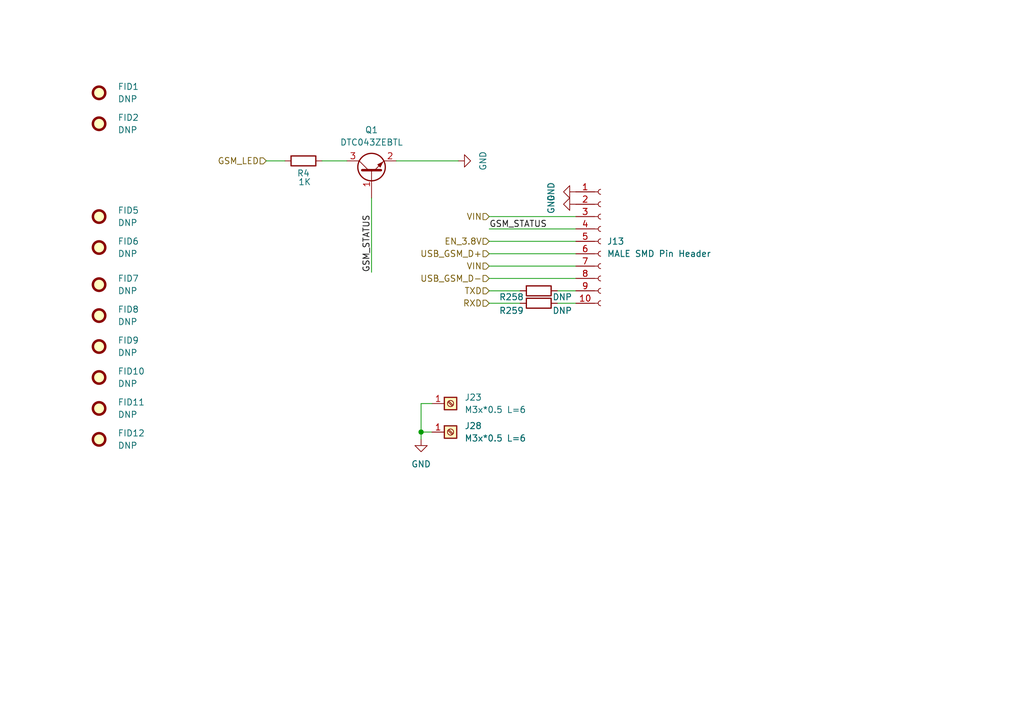
<source format=kicad_sch>
(kicad_sch (version 20231120) (generator "eeschema") (generator_version "8.0")
  (paper "A5")
  (title_block (company "SmartEQ Information Technologies"))
  (lib_symbols
    (symbol "Connector:Conn_01x10_Socket" (pin_names (offset 1.016) hide)
      (property "Reference" "J" (at 0 12.7 0))
      (property "Value" "Conn_01x10_Socket" (at 0 -15.24 0))
      (symbol "Conn_01x10_Socket_1_1"
        (arc (start 0 -12.192) (mid -0.5058 -12.7) (end 0 -13.208) (stroke (width 0.1524)))
        (arc (start 0 -9.652) (mid -0.5058 -10.16) (end 0 -10.668) (stroke (width 0.1524)))
        (arc (start 0 -7.112) (mid -0.5058 -7.62) (end 0 -8.128) (stroke (width 0.1524)))
        (arc (start 0 -4.572) (mid -0.5058 -5.08) (end 0 -5.588) (stroke (width 0.1524)))
        (arc (start 0 -2.032) (mid -0.5058 -2.54) (end 0 -3.048) (stroke (width 0.1524)))
        (polyline (pts (xy -1.27 -12.7) (xy -0.508 -12.7)) (stroke (width 0.1524)))
        (polyline (pts (xy -1.27 -10.16) (xy -0.508 -10.16)) (stroke (width 0.1524)))
        (polyline (pts (xy -1.27 -7.62) (xy -0.508 -7.62)) (stroke (width 0.1524)))
        (polyline (pts (xy -1.27 -5.08) (xy -0.508 -5.08)) (stroke (width 0.1524)))
        (polyline (pts (xy -1.27 -2.54) (xy -0.508 -2.54)) (stroke (width 0.1524)))
        (polyline (pts (xy -1.27 0) (xy -0.508 0)) (stroke (width 0.1524)))
        (polyline (pts (xy -1.27 2.54) (xy -0.508 2.54)) (stroke (width 0.1524)))
        (polyline (pts (xy -1.27 5.08) (xy -0.508 5.08)) (stroke (width 0.1524)))
        (polyline (pts (xy -1.27 7.62) (xy -0.508 7.62)) (stroke (width 0.1524)))
        (polyline (pts (xy -1.27 10.16) (xy -0.508 10.16)) (stroke (width 0.1524)))
        (arc (start 0 0.508) (mid -0.5058 0) (end 0 -0.508) (stroke (width 0.1524)))
        (arc (start 0 3.048) (mid -0.5058 2.54) (end 0 2.032) (stroke (width 0.1524)))
        (arc (start 0 5.588) (mid -0.5058 5.08) (end 0 4.572) (stroke (width 0.1524)))
        (arc (start 0 8.128) (mid -0.5058 7.62) (end 0 7.112) (stroke (width 0.1524)))
        (arc (start 0 10.668) (mid -0.5058 10.16) (end 0 9.652) (stroke (width 0.1524)))
        (pin passive line (at -5.08 10.16 0) (length 3.81) (name "Pin_1") (number "1"))
        (pin passive line (at -5.08 -12.7 0) (length 3.81) (name "Pin_10") (number "10"))
        (pin passive line (at -5.08 7.62 0) (length 3.81) (name "Pin_2") (number "2"))
        (pin passive line (at -5.08 5.08 0) (length 3.81) (name "Pin_3") (number "3"))
        (pin passive line (at -5.08 2.54 0) (length 3.81) (name "Pin_4") (number "4"))
        (pin passive line (at -5.08 0 0) (length 3.81) (name "Pin_5") (number "5"))
        (pin passive line (at -5.08 -2.54 0) (length 3.81) (name "Pin_6") (number "6"))
        (pin passive line (at -5.08 -5.08 0) (length 3.81) (name "Pin_7") (number "7"))
        (pin passive line (at -5.08 -7.62 0) (length 3.81) (name "Pin_8") (number "8"))
        (pin passive line (at -5.08 -10.16 0) (length 3.81) (name "Pin_9") (number "9"))
      )
    )
    (symbol "Connector:Screw_Terminal_01x01" (pin_names (offset 1.016) hide)
      (property "Reference" "J23" (at 2.8515 1.2701 0))
      (property "Value" "M3x*0.5 L=8" (at 2.8515 -1.2699 0))
      (symbol "Screw_Terminal_01x01_1_1"
        (rectangle (start -1.27 1.27) (end 1.27 -1.27) (stroke (width 0.254)) (fill (type background)))
        (polyline (pts (xy -0.5334 0.3302) (xy 0.3302 -0.508)) (stroke (width 0.1524)))
        (polyline (pts (xy -0.3556 0.508) (xy 0.508 -0.3302)) (stroke (width 0.1524)))
        (circle (center 0 0) (radius 0.635) (stroke (width 0.1524)))
        (pin input line (at -3.81 0 0) (length 2.54) (name "1") (number "1"))
      )
    )
    (symbol "Device:R" (pin_numbers hide) (pin_names (offset 0))
      (property "Reference" "R" (at 2.032 0 90))
      (property "Value" "R" (at 0 0 90))
      (symbol "R_0_1"
        (rectangle (start -1.016 -2.54) (end 1.016 2.54) (stroke (width 0.254)))
      )
      (symbol "R_1_1"
        (pin passive line (at 0 3.81 270) (length 1.27) (name "~") (number "1"))
        (pin passive line (at 0 -3.81 90) (length 1.27) (name "~") (number "2"))
      )
    )
    (symbol "Mechanical:Fiducial"
      (property "Reference" "FID" (at 0 5.08 0))
      (property "Value" "Fiducial" (at 0 3.175 0))
      (symbol "Fiducial_0_1"
        (circle (center 0 0) (radius 1.27) (stroke (width 0.508)) (fill (type background)))
      )
    )
    (symbol "Screw_Terminal_01x01_1" (pin_names (offset 1.016) hide)
      (property "Reference" "J28" (at 2.8515 1.2701 0))
      (property "Value" "M3x*0.5 L=8" (at 2.8515 -1.2699 0))
      (symbol "Screw_Terminal_01x01_1_1_1"
        (rectangle (start -1.27 1.27) (end 1.27 -1.27) (stroke (width 0.254)) (fill (type background)))
        (polyline (pts (xy -0.5334 0.3302) (xy 0.3302 -0.508)) (stroke (width 0.1524)))
        (polyline (pts (xy -0.3556 0.508) (xy 0.508 -0.3302)) (stroke (width 0.1524)))
        (circle (center 0 0) (radius 0.635) (stroke (width 0.1524)))
        (pin input line (at -3.81 0 0) (length 2.54) (name "1") (number "1"))
      )
    )
    (symbol "Transistor_BJT:2N3055" (pin_names (offset 0) hide)
      (property "Reference" "Q" (at 5.08 1.905 0))
      (property "Value" "2N3055" (at 5.08 0 0))
      (symbol "2N3055_0_1"
        (polyline (pts (xy 0.635 0.635) (xy 2.54 2.54)))
        (polyline (pts (xy 0.635 -0.635) (xy 2.54 -2.54) (xy 2.54 -2.54)))
        (polyline (pts (xy 0.635 1.905) (xy 0.635 -1.905) (xy 0.635 -1.905)) (stroke (width 0.508)))
        (polyline (pts (xy 1.27 -1.778) (xy 1.778 -1.27) (xy 2.286 -2.286) (xy 1.27 -1.778) (xy 1.27 -1.778)) (fill (type outline)))
        (circle (center 1.27 0) (radius 2.8194) (stroke (width 0.254)))
      )
      (symbol "2N3055_1_1"
        (pin input line (at -5.08 0 0) (length 5.715) (name "B") (number "1"))
        (pin passive line (at 2.54 -5.08 90) (length 2.54) (name "E") (number "2"))
        (pin passive line (at 2.54 5.08 270) (length 2.54) (name "C") (number "3"))
      )
    )
    (symbol "power:GND" (power) (pin_names (offset 0))
      (property "Value" "GND" (at 0 -3.81 0))
      (symbol "GND_0_1"
        (polyline (pts (xy 0 0) (xy 0 -1.27) (xy 1.27 -1.27) (xy 0 -2.54) (xy -1.27 -1.27) (xy 0 -1.27)))
      )
      (symbol "GND_1_1"
        (pin power_in line (at 0 0 270) (length 0) hide (name "GND") (number "1"))
      )
    )
  )
  (junction (at 86.36 88.667))
  (wire (pts (xy 66.04 33.02) (xy 71.12 33.02)))
  (wire (pts (xy 86.36 82.8168) (xy 88.5885 82.8168)))
  (wire (pts (xy 100.33 44.45) (xy 118.11 44.45)))
  (wire (pts (xy 100.33 54.61) (xy 118.11 54.61)))
  (wire (pts (xy 76.2 55.88) (xy 76.2 40.64)))
  (wire (pts (xy 114.3 62.23) (xy 118.11 62.23)))
  (wire (pts (xy 58.42 33.02) (xy 54.61 33.02)))
  (wire (pts (xy 81.28 33.02) (xy 93.98 33.02)))
  (wire (pts (xy 100.33 49.53) (xy 118.11 49.53)))
  (wire (pts (xy 100.33 46.99) (xy 118.11 46.99)))
  (wire (pts (xy 114.3 59.69) (xy 118.11 59.69)))
  (wire (pts (xy 100.33 52.07) (xy 118.11 52.07)))
  (wire (pts (xy 86.36 88.667) (xy 86.36 82.8168)))
  (wire (pts (xy 100.33 57.15) (xy 118.11 57.15)))
  (wire (pts (xy 100.33 59.69) (xy 106.68 59.69)))
  (wire (pts (xy 86.36 90.17) (xy 86.36 88.667)))
  (wire (pts (xy 100.33 62.23) (xy 106.68 62.23)))
  (wire (pts (xy 86.36 88.667) (xy 88.5885 88.667)))
  (label "GSM_STATUS" (at 100.33 46.99 0))
  (label "GSM_STATUS" (at 76.2 55.88 90))
  (hierarchical_label "GSM_LED" (shape input) (at 54.61 33.02 180))
  (hierarchical_label "EN_3.8V" (shape input) (at 100.33 49.53 180))
  (hierarchical_label "VIN" (shape input) (at 100.33 44.45 180))
  (hierarchical_label "RXD" (shape input) (at 100.33 62.23 180))
  (hierarchical_label "TXD" (shape input) (at 100.33 59.69 180))
  (hierarchical_label "VIN" (shape input) (at 100.33 54.61 180))
  (hierarchical_label "USB_GSM_D+" (shape input) (at 100.33 52.07 180))
  (hierarchical_label "USB_GSM_D-" (shape input) (at 100.33 57.15 180))
  (symbol (lib_id "Mechanical:Fiducial") (at 20.32 25.4 0) (unit 1)
    (property "Reference" "FID2" (at 24.13 24.1299 0) (effects (justify left)))
    (property "Value" "DNP" (at 24.13 26.6699 0) (effects (justify left)))
    (property "Footprint" "Fiducial:Fiducial_0.5mm_Mask1mm" (effects (hide yes)))
    (property "Description" "Fiducial Marker" (effects (hide yes)))
  )
  (symbol (lib_id "Connector:Conn_01x10_Socket") (at 123.19 49.53 0) (unit 1)
    (property "Reference" "J13" (at 124.46 49.5299 0) (effects (justify left)))
    (property "Value" "MALE SMD Pin Header" (at 124.46 52.0699 0) (effects (justify left)))
    (property "Footprint" "Connector_PinSocket_2.00mm:PinSocket_2x05_P2.00mm_Vertical_SMD" (effects (hide yes)))
    (property "Description" "Generic connector, single row, 01x10, script generated" (effects (hide yes)))
    (property "MPN" "2.0mm 2*5p 贴片排针" (effects (hide yes)))
  )
  (symbol (lib_id "Mechanical:Fiducial") (at 20.32 77.47 0) (unit 1)
    (property "Reference" "FID10" (at 24.13 76.1999 0) (effects (justify left)))
    (property "Value" "DNP" (at 24.13 78.7399 0) (effects (justify left)))
    (property "Footprint" "Fiducial:Fiducial_0.5mm_Mask1mm" (effects (hide yes)))
    (property "Description" "Fiducial Marker" (effects (hide yes)))
  )
  (symbol (lib_id "Device:R") (at 110.49 62.23 270) (unit 1)
    (property "Reference" "R259" (at 104.902 63.754 90))
    (property "Value" "DNP" (at 115.316 63.754 90))
    (property "Footprint" "Resistor_SMD:R_0603_1608Metric" (effects (hide yes)))
  )
  (symbol (lib_id "power:GND") (at 93.98 33.02 90) (unit 1)
    (property "Reference" "#PWR047" (effects (hide yes)))
    (property "Value" "GND" (at 99.06 33.02 0))
  )
  (symbol (lib_id "Mechanical:Fiducial") (at 20.32 58.42 0) (unit 1)
    (property "Reference" "FID7" (at 24.13 57.1499 0) (effects (justify left)))
    (property "Value" "DNP" (at 24.13 59.6899 0) (effects (justify left)))
    (property "Footprint" "Fiducial:Fiducial_0.5mm_Mask1mm" (effects (hide yes)))
    (property "Description" "Fiducial Marker" (effects (hide yes)))
  )
  (symbol (lib_name "Screw_Terminal_01x01_1") (lib_id "Connector:Screw_Terminal_01x01") (at 92.3985 88.667 0) (unit 1)
    (property "Reference" "J28" (at 95.25 87.3969 0) (effects (justify left)))
    (property "Value" "M3x*0.5 L=6" (at 95.25 89.9369 0) (effects (justify left)))
    (property "Footprint" "Footprint:Screw Terminal Shinbo" (effects (hide yes)))
    (property "Description" "Board mounting elevator    M3 hole size, 4 pins PCB-64-M3" (effects (hide yes)))
    (property "MPN" "SMTSO-M3-6ET" (effects (hide yes)))
  )
  (symbol (lib_id "Transistor_BJT:2N3055") (at 76.2 35.56 90) (unit 1)
    (property "Reference" "Q1" (at 76.2 26.67 90))
    (property "Value" "DTC043ZEBTL" (at 76.2 29.21 90))
    (property "Footprint" "Package_TO_SOT_SMD:SOT-416" (effects (hide yes)))
    (property "MPN" "DTC043ZEBTL" (effects (hide yes)))
  )
  (symbol (lib_id "Mechanical:Fiducial") (at 20.32 44.45 0) (unit 1)
    (property "Reference" "FID5" (at 24.13 43.1799 0) (effects (justify left)))
    (property "Value" "DNP" (at 24.13 45.7199 0) (effects (justify left)))
    (property "Footprint" "Fiducial:Fiducial_0.5mm_Mask1mm" (effects (hide yes)))
    (property "Description" "Fiducial Marker" (effects (hide yes)))
  )
  (symbol (lib_id "Mechanical:Fiducial") (at 20.32 90.17 0) (unit 1)
    (property "Reference" "FID12" (at 24.13 88.8999 0) (effects (justify left)))
    (property "Value" "DNP" (at 24.13 91.4399 0) (effects (justify left)))
    (property "Footprint" "Fiducial:Fiducial_0.5mm_Mask1mm" (effects (hide yes)))
    (property "Description" "Fiducial Marker" (effects (hide yes)))
  )
  (symbol (lib_id "power:GND") (at 118.11 39.37 270) (unit 1)
    (property "Reference" "#PWR0142" (effects (hide yes)))
    (property "Value" "GND" (at 113.03 39.37 0))
  )
  (symbol (lib_id "Device:R") (at 110.49 59.69 270) (unit 1)
    (property "Reference" "R258" (at 104.902 60.96 90))
    (property "Value" "DNP" (at 115.316 60.96 90))
    (property "Footprint" "Resistor_SMD:R_0603_1608Metric" (effects (hide yes)))
  )
  (symbol (lib_id "power:GND") (at 118.11 41.91 270) (unit 1)
    (property "Reference" "#PWR05" (effects (hide yes)))
    (property "Value" "GND" (at 113.03 41.91 0))
  )
  (symbol (lib_id "Connector:Screw_Terminal_01x01") (at 92.3985 82.8168 0) (unit 1)
    (property "Reference" "J23" (at 95.25 81.5467 0) (effects (justify left)))
    (property "Value" "M3x*0.5 L=6" (at 95.25 84.0867 0) (effects (justify left)))
    (property "Footprint" "Footprint:Screw Terminal Shinbo" (effects (hide yes)))
    (property "Description" "Board mounting elevator    M3 hole size, 4 pins PCB-64-M3" (effects (hide yes)))
    (property "MPN" "SMTSO-M3-6ET" (effects (hide yes)))
  )
  (symbol (lib_id "Mechanical:Fiducial") (at 20.32 50.8 0) (unit 1)
    (property "Reference" "FID6" (at 24.13 49.5299 0) (effects (justify left)))
    (property "Value" "DNP" (at 24.13 52.0699 0) (effects (justify left)))
    (property "Footprint" "Fiducial:Fiducial_0.5mm_Mask1mm" (effects (hide yes)))
    (property "Description" "Fiducial Marker" (effects (hide yes)))
  )
  (symbol (lib_id "Mechanical:Fiducial") (at 20.32 64.77 0) (unit 1)
    (property "Reference" "FID8" (at 24.13 63.4999 0) (effects (justify left)))
    (property "Value" "DNP" (at 24.13 66.0399 0) (effects (justify left)))
    (property "Footprint" "Fiducial:Fiducial_0.5mm_Mask1mm" (effects (hide yes)))
    (property "Description" "Fiducial Marker" (effects (hide yes)))
  )
  (symbol (lib_id "Mechanical:Fiducial") (at 20.32 71.12 0) (unit 1)
    (property "Reference" "FID9" (at 24.13 69.8499 0) (effects (justify left)))
    (property "Value" "DNP" (at 24.13 72.3899 0) (effects (justify left)))
    (property "Footprint" "Fiducial:Fiducial_0.5mm_Mask1mm" (effects (hide yes)))
    (property "Description" "Fiducial Marker" (effects (hide yes)))
  )
  (symbol (lib_id "power:GND") (at 86.36 90.17 0) (unit 1)
    (property "Reference" "#PWR0109" (effects (hide yes)))
    (property "Value" "GND" (at 86.36 95.25 0))
  )
  (symbol (lib_id "Mechanical:Fiducial") (at 20.32 83.82 0) (unit 1)
    (property "Reference" "FID11" (at 24.13 82.5499 0) (effects (justify left)))
    (property "Value" "DNP" (at 24.13 85.0899 0) (effects (justify left)))
    (property "Footprint" "Fiducial:Fiducial_0.5mm_Mask1mm" (effects (hide yes)))
    (property "Description" "Fiducial Marker" (effects (hide yes)))
  )
  (symbol (lib_id "Mechanical:Fiducial") (at 20.32 19.05 0) (unit 1)
    (property "Reference" "FID1" (at 24.13 17.7799 0) (effects (justify left)))
    (property "Value" "DNP" (at 24.13 20.3199 0) (effects (justify left)))
    (property "Footprint" "Fiducial:Fiducial_0.5mm_Mask1mm" (effects (hide yes)))
    (property "Description" "Fiducial Marker" (effects (hide yes)))
  )
  (symbol (lib_id "Device:R") (at 62.23 33.02 270) (unit 1)
    (property "Reference" "R4" (at 62.23 35.56 90))
    (property "Value" "1K" (at 62.484 37.338 90))
    (property "Footprint" "Resistor_SMD:R_0603_1608Metric" (effects (hide yes)))
  )
)
</source>
